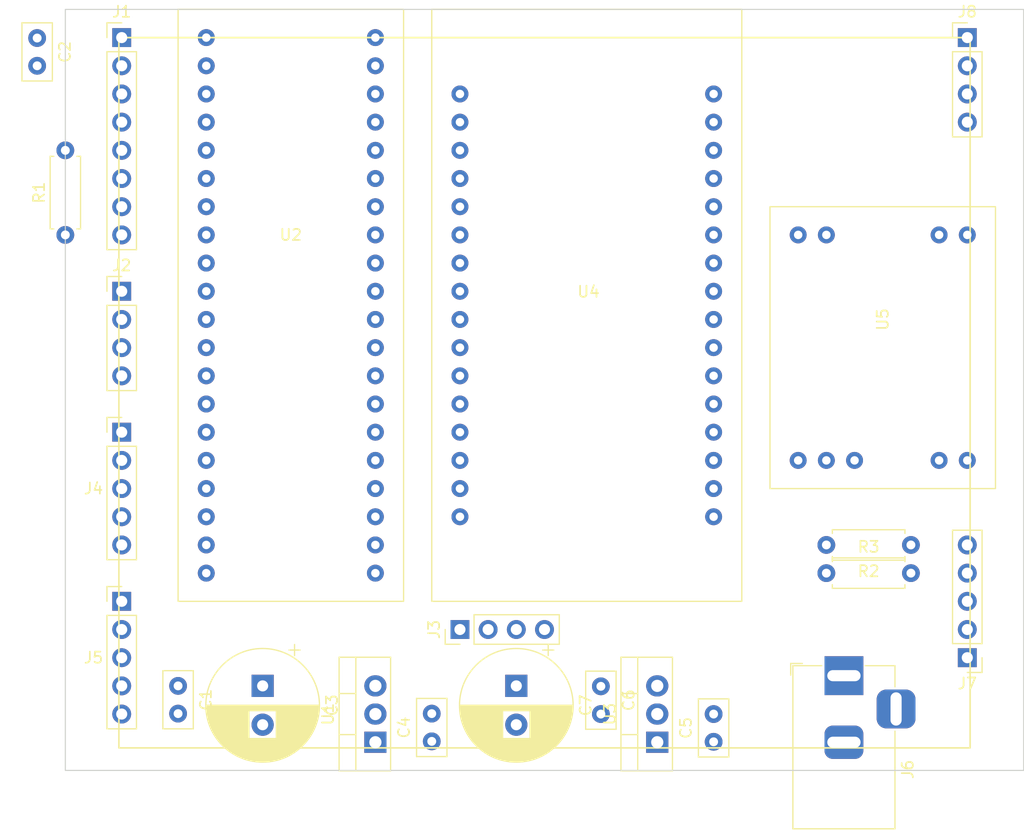
<source format=kicad_pcb>
(kicad_pcb (version 20211014) (generator pcbnew)
  (layers (0 "F.Cu" signal) (31 "B.Cu" signal) (34 "B.Paste" user) (35 "F.Paste" user) (36 "B.SilkS" user "B.Silkscreen") (37 "F.SilkS" user "F.Silkscreen") (38 "B.Mask" user) (39 "F.Mask" user) (44 "Edge.Cuts" user))
  (net 0 "")
  (net 1 "Net-(C1-Pad1)")
  (net 2 "GND")
  (net 3 "+3.3V")
  (net 4 "+9V")
  (net 5 "+5V")
  (net 6 "ER1")
  (net 7 "EL1")
  (net 8 "ES1")
  (net 9 "ER2")
  (net 10 "EL2")
  (net 11 "ES2")
  (net 12 "/SDA")
  (net 13 "/SCL")
  (net 14 "/INTNK")
  (net 15 "/INTNT")
  (net 16 "SCK")
  (net 17 "MOSI")
  (net 18 "MISO")
  (net 19 "TXD")
  (net 20 "Net-(J1-Pad3)")
  (net 21 "Net-(J1-Pad4)")
  (net 22 "Net-(J1-Pad5)")
  (net 23 "Net-(J1-Pad6)")
  (net 24 "Net-(J1-Pad7)")
  (net 25 "Net-(J1-Pad8)")
  (net 26 "Net-(J7-Pad1)")
  (net 27 "Net-(J7-Pad2)")
  (net 28 "Net-(J7-Pad3)")
  (net 29 "Net-(J7-Pad4)")
  (net 30 "Net-(J8-Pad1)")
  (net 31 "Net-(J8-Pad2)")
  (net 32 "Net-(J8-Pad3)")
  (net 33 "Net-(J8-Pad4)")
  (net 40 "Net-(U2-Pad14)")
  (net 41 "Net-(U2-Pad15)")
  (net 42 "Net-(U2-Pad16)")
  (footprint "Resistor_THT:R_Axial_DIN0207_L6.3mm_D2.5mm_P7.62mm_Horizontal" (layer "F.Cu") (at 111.76 68.58 180)
    (fp_text reference "R2" (at 3.81 -2.37) (layer "F.SilkS"))
    (fp_text value "R")
    (pad "1" thru_hole circle (at 0 0 180) (size 1.6 1.6) (drill 0.8) (layers *.Cu *.Mask) (net 2 "GND"))
    (pad "2" thru_hole oval (at 7.62 0 180) (size 1.6 1.6) (drill 0.8) (layers *.Cu *.Mask) (net 27 "Net-(J7-Pad2)"))
  )
  (footprint "UKMaker:BlackPill_STM32F411" (layer "F.Cu") (at 55.88 48.26)
    (fp_text reference "U2" (at 0 -7.62 unlocked) (layer "F.SilkS"))
    (fp_text value "BlackPill411")
    (pad "1" thru_hole circle (at 7.62 22.86) (size 1.524 1.524) (drill 0.762) (layers *.Cu *.Mask))
    (pad "2" thru_hole circle (at 7.62 20.32) (size 1.524 1.524) (drill 0.762) (layers *.Cu *.Mask))
    (pad "3" thru_hole circle (at 7.62 17.78) (size 1.524 1.524) (drill 0.762) (layers *.Cu *.Mask))
    (pad "4" thru_hole circle (at 7.62 15.24) (size 1.524 1.524) (drill 0.762) (layers *.Cu *.Mask) (net 11 "ES2"))
    (pad "5" thru_hole circle (at 7.62 12.7) (size 1.524 1.524) (drill 0.762) (layers *.Cu *.Mask))
    (pad "6" thru_hole circle (at 7.62 10.16) (size 1.524 1.524) (drill 0.762) (layers *.Cu *.Mask) (net 9 "ER2"))
    (pad "7" thru_hole circle (at 7.62 7.62) (size 1.524 1.524) (drill 0.762) (layers *.Cu *.Mask) (net 10 "EL2"))
    (pad "8" thru_hole circle (at 7.62 5.08) (size 1.524 1.524) (drill 0.762) (layers *.Cu *.Mask) (net 19 "TXD"))
    (pad "9" thru_hole circle (at 7.62 2.54) (size 1.524 1.524) (drill 0.762) (layers *.Cu *.Mask))
    (pad "10" thru_hole circle (at 7.62 0) (size 1.524 1.524) (drill 0.762) (layers *.Cu *.Mask))
    (pad "11" thru_hole circle (at 7.62 -2.54) (size 1.524 1.524) (drill 0.762) (layers *.Cu *.Mask) (net 16 "SCK"))
    (pad "12" thru_hole circle (at 7.62 -5.08) (size 1.524 1.524) (drill 0.762) (layers *.Cu *.Mask) (net 18 "MISO"))
    (pad "13" thru_hole circle (at 7.62 -7.62) (size 1.524 1.524) (drill 0.762) (layers *.Cu *.Mask) (net 17 "MOSI"))
    (pad "14" thru_hole circle (at 7.62 -10.16) (size 1.524 1.524) (drill 0.762) (layers *.Cu *.Mask) (net 40 "Net-(U2-Pad14)"))
    (pad "15" thru_hole circle (at 7.62 -12.7) (size 1.524 1.524) (drill 0.762) (layers *.Cu *.Mask) (net 41 "Net-(U2-Pad15)"))
    (pad "16" thru_hole circle (at 7.62 -15.24) (size 1.524 1.524) (drill 0.762) (layers *.Cu *.Mask) (net 42 "Net-(U2-Pad16)"))
    (pad "17" thru_hole circle (at 7.62 -17.78) (size 1.524 1.524) (drill 0.762) (layers *.Cu *.Mask))
    (pad "18" thru_hole circle (at 7.62 -20.32) (size 1.524 1.524) (drill 0.762) (layers *.Cu *.Mask) (net 3 "+3.3V"))
    (pad "19" thru_hole circle (at 7.62 -22.86) (size 1.524 1.524) (drill 0.762) (layers *.Cu *.Mask) (net 2 "GND"))
    (pad "20" thru_hole circle (at 7.62 -25.4) (size 1.524 1.524) (drill 0.762) (layers *.Cu *.Mask) (net 5 "+5V"))
    (pad "21" thru_hole circle (at -7.62 -25.4) (size 1.524 1.524) (drill 0.762) (layers *.Cu *.Mask) (net 24 "Net-(J1-Pad7)"))
    (pad "22" thru_hole circle (at -7.62 -22.86) (size 1.524 1.524) (drill 0.762) (layers *.Cu *.Mask) (net 20 "Net-(J1-Pad3)"))
    (pad "23" thru_hole circle (at -7.62 -20.32) (size 1.524 1.524) (drill 0.762) (layers *.Cu *.Mask))
    (pad "24" thru_hole circle (at -7.62 -17.78) (size 1.524 1.524) (drill 0.762) (layers *.Cu *.Mask) (net 21 "Net-(J1-Pad4)"))
    (pad "25" thru_hole circle (at -7.62 -15.24) (size 1.524 1.524) (drill 0.762) (layers *.Cu *.Mask) (net 7 "EL1"))
    (pad "26" thru_hole circle (at -7.62 -12.7) (size 1.524 1.524) (drill 0.762) (layers *.Cu *.Mask) (net 6 "ER1"))
    (pad "27" thru_hole circle (at -7.62 -10.16) (size 1.524 1.524) (drill 0.762) (layers *.Cu *.Mask) (net 8 "ES1"))
    (pad "28" thru_hole circle (at -7.62 -7.62) (size 1.524 1.524) (drill 0.762) (layers *.Cu *.Mask))
    (pad "29" thru_hole circle (at -7.62 -5.08) (size 1.524 1.524) (drill 0.762) (layers *.Cu *.Mask))
    (pad "30" thru_hole circle (at -7.62 -2.54) (size 1.524 1.524) (drill 0.762) (layers *.Cu *.Mask) (net 23 "Net-(J1-Pad6)"))
    (pad "31" thru_hole circle (at -7.62 0) (size 1.524 1.524) (drill 0.762) (layers *.Cu *.Mask))
    (pad "32" thru_hole circle (at -7.62 2.54) (size 1.524 1.524) (drill 0.762) (layers *.Cu *.Mask) (net 22 "Net-(J1-Pad5)"))
    (pad "33" thru_hole circle (at -7.62 5.08) (size 1.524 1.524) (drill 0.762) (layers *.Cu *.Mask))
    (pad "34" thru_hole circle (at -7.62 7.62) (size 1.524 1.524) (drill 0.762) (layers *.Cu *.Mask) (net 13 "/SCL"))
    (pad "35" thru_hole circle (at -7.62 10.16) (size 1.524 1.524) (drill 0.762) (layers *.Cu *.Mask) (net 12 "/SDA"))
    (pad "36" thru_hole circle (at -7.62 12.7) (size 1.524 1.524) (drill 0.762) (layers *.Cu *.Mask) (net 14 "/INTNK"))
    (pad "37" thru_hole circle (at -7.62 15.24) (size 1.524 1.524) (drill 0.762) (layers *.Cu *.Mask) (net 15 "/INTNT"))
    (pad "38" thru_hole circle (at -7.62 17.78) (size 1.524 1.524) (drill 0.762) (layers *.Cu *.Mask))
    (pad "39" thru_hole circle (at -7.62 20.32) (size 1.524 1.524) (drill 0.762) (layers *.Cu *.Mask) (net 2 "GND"))
    (pad "40" thru_hole circle (at -7.62 22.86) (size 1.524 1.524) (drill 0.762) (layers *.Cu *.Mask))
  )
  (footprint "Capacitor_THT:C_Disc_D5.0mm_W2.5mm_P2.50mm" (layer "F.Cu") (at 33.02 22.9 -90)
    (fp_text reference "C2" (at 1.25 -2.5 90) (layer "F.SilkS"))
    (fp_text value "C")
    (pad "1" thru_hole circle (at 0 0 270) (size 1.6 1.6) (drill 0.8) (layers *.Cu *.Mask) (net 2 "GND"))
    (pad "2" thru_hole circle (at 2.5 0 270) (size 1.6 1.6) (drill 0.8) (layers *.Cu *.Mask) (net 3 "+3.3V"))
  )
  (footprint "UKMaker:Adafruit_VS1053_Module" (layer "F.Cu") (at 83.82 45.72)
    (fp_text reference "U4" (at -1.11 0.044 unlocked) (layer "F.SilkS"))
    (fp_text value "Adafruit_VS1053_Module")
    (pad "1" thru_hole circle (at -12.7 -17.78) (size 1.524 1.524) (drill 0.762) (layers *.Cu *.Mask))
    (pad "2" thru_hole circle (at -12.7 -15.24) (size 1.524 1.524) (drill 0.762) (layers *.Cu *.Mask) (net 42 "Net-(U2-Pad16)"))
    (pad "3" thru_hole circle (at -12.7 -12.7) (size 1.524 1.524) (drill 0.762) (layers *.Cu *.Mask) (net 41 "Net-(U2-Pad15)"))
    (pad "4" thru_hole circle (at -12.7 -10.16) (size 1.524 1.524) (drill 0.762) (layers *.Cu *.Mask) (net 40 "Net-(U2-Pad14)"))
    (pad "5" thru_hole circle (at -12.7 -7.62) (size 1.524 1.524) (drill 0.762) (layers *.Cu *.Mask) (net 16 "SCK"))
    (pad "6" thru_hole circle (at -12.7 -5.08) (size 1.524 1.524) (drill 0.762) (layers *.Cu *.Mask) (net 17 "MOSI"))
    (pad "7" thru_hole circle (at -12.7 -2.54) (size 1.524 1.524) (drill 0.762) (layers *.Cu *.Mask) (net 18 "MISO"))
    (pad "8" thru_hole circle (at -12.7 0) (size 1.524 1.524) (drill 0.762) (layers *.Cu *.Mask) (net 2 "GND"))
    (pad "9" thru_hole circle (at -12.7 2.54) (size 1.524 1.524) (drill 0.762) (layers *.Cu *.Mask))
    (pad "10" thru_hole circle (at -12.7 5.08) (size 1.524 1.524) (drill 0.762) (layers *.Cu *.Mask) (net 5 "+5V"))
    (pad "11" thru_hole circle (at -12.7 7.62) (size 1.524 1.524) (drill 0.762) (layers *.Cu *.Mask))
    (pad "12" thru_hole circle (at -12.7 10.16) (size 1.524 1.524) (drill 0.762) (layers *.Cu *.Mask) (net 2 "GND"))
    (pad "13" thru_hole circle (at -12.7 12.7) (size 1.524 1.524) (drill 0.762) (layers *.Cu *.Mask) (net 2 "GND"))
    (pad "14" thru_hole circle (at -12.7 15.24) (size 1.524 1.524) (drill 0.762) (layers *.Cu *.Mask) (net 2 "GND"))
    (pad "15" thru_hole circle (at -12.7 17.78) (size 1.524 1.524) (drill 0.762) (layers *.Cu *.Mask) (net 28 "Net-(J7-Pad3)"))
    (pad "16" thru_hole circle (at -12.7 20.32) (size 1.524 1.524) (drill 0.762) (layers *.Cu *.Mask) (net 26 "Net-(J7-Pad1)"))
    (pad "17" thru_hole circle (at 10.16 20.32) (size 1.524 1.524) (drill 0.762) (layers *.Cu *.Mask))
    (pad "18" thru_hole circle (at 10.16 17.78) (size 1.524 1.524) (drill 0.762) (layers *.Cu *.Mask))
    (pad "19" thru_hole circle (at 10.16 15.24) (size 1.524 1.524) (drill 0.762) (layers *.Cu *.Mask))
    (pad "20" thru_hole circle (at 10.16 12.7) (size 1.524 1.524) (drill 0.762) (layers *.Cu *.Mask) (net 2 "GND"))
    (pad "21" thru_hole circle (at 10.16 10.16) (size 1.524 1.524) (drill 0.762) (layers *.Cu *.Mask))
    (pad "22" thru_hole circle (at 10.16 7.62) (size 1.524 1.524) (drill 0.762) (layers *.Cu *.Mask))
    (pad "23" thru_hole circle (at 10.16 5.08) (size 1.524 1.524) (drill 0.762) (layers *.Cu *.Mask))
    (pad "24" thru_hole circle (at 10.16 2.54) (size 1.524 1.524) (drill 0.762) (layers *.Cu *.Mask))
    (pad "25" thru_hole circle (at 10.16 0) (size 1.524 1.524) (drill 0.762) (layers *.Cu *.Mask))
    (pad "26" thru_hole circle (at 10.16 -2.54) (size 1.524 1.524) (drill 0.762) (layers *.Cu *.Mask))
    (pad "27" thru_hole circle (at 10.16 -5.08) (size 1.524 1.524) (drill 0.762) (layers *.Cu *.Mask))
    (pad "28" thru_hole circle (at 10.16 -7.62) (size 1.524 1.524) (drill 0.762) (layers *.Cu *.Mask))
    (pad "29" thru_hole circle (at 10.16 -10.16) (size 1.524 1.524) (drill 0.762) (layers *.Cu *.Mask))
    (pad "30" thru_hole circle (at 10.16 -12.7) (size 1.524 1.524) (drill 0.762) (layers *.Cu *.Mask))
    (pad "31" thru_hole circle (at 10.16 -15.24) (size 1.524 1.524) (drill 0.762) (layers *.Cu *.Mask) (net 19 "TXD"))
    (pad "32" thru_hole circle (at 10.16 -17.78) (size 1.524 1.524) (drill 0.762) (layers *.Cu *.Mask))
  )
  (footprint "Capacitor_THT:C_Disc_D5.0mm_W2.5mm_P2.50mm" (layer "F.Cu") (at 83.82 81.32 -90)
    (fp_text reference "C6" (at 1.25 -2.5 90) (layer "F.SilkS"))
    (fp_text value "C")
    (pad "1" thru_hole circle (at 0 0 270) (size 1.6 1.6) (drill 0.8) (layers *.Cu *.Mask) (net 5 "+5V"))
    (pad "2" thru_hole circle (at 2.5 0 270) (size 1.6 1.6) (drill 0.8) (layers *.Cu *.Mask) (net 2 "GND"))
  )
  (footprint "Capacitor_THT:CP_Radial_D10.0mm_P3.50mm" (layer "F.Cu") (at 53.34 81.28 -90)
    (fp_text reference "C3" (at 1.75 -6.25 90) (layer "F.SilkS"))
    (fp_text value "C_Polarized")
    (pad "1" thru_hole rect (at 0 0 270) (size 2 2) (drill 1) (layers *.Cu *.Mask) (net 1 "Net-(C1-Pad1)"))
    (pad "2" thru_hole circle (at 3.5 0 270) (size 2 2) (drill 1) (layers *.Cu *.Mask) (net 2 "GND"))
  )
  (footprint "Resistor_THT:R_Axial_DIN0207_L6.3mm_D2.5mm_P7.62mm_Horizontal" (layer "F.Cu") (at 35.56 40.64 90)
    (fp_text reference "R1" (at 3.81 -2.37 90) (layer "F.SilkS"))
    (fp_text value "3K9")
    (pad "1" thru_hole circle (at 0 0 90) (size 1.6 1.6) (drill 0.8) (layers *.Cu *.Mask) (net 25 "Net-(J1-Pad8)"))
    (pad "2" thru_hole oval (at 7.62 0 90) (size 1.6 1.6) (drill 0.8) (layers *.Cu *.Mask) (net 3 "+3.3V"))
  )
  (footprint "Package_TO_SOT_THT:TO-220-3_Vertical" (layer "F.Cu") (at 63.5 86.36 90)
    (fp_text reference "U1" (at 2.54 -4.27 90) (layer "F.SilkS"))
    (fp_text value "LM78M33")
    (pad "1" thru_hole rect (at 0 0 90) (size 1.905 2) (drill 1.1) (layers *.Cu *.Mask) (net 4 "+9V"))
    (pad "2" thru_hole oval (at 2.54 0 90) (size 1.905 2) (drill 1.1) (layers *.Cu *.Mask) (net 2 "GND"))
    (pad "3" thru_hole oval (at 5.08 0 90) (size 1.905 2) (drill 1.1) (layers *.Cu *.Mask) (net 1 "Net-(C1-Pad1)"))
  )
  (footprint "Capacitor_THT:C_Disc_D5.0mm_W2.5mm_P2.50mm" (layer "F.Cu") (at 93.98 86.32 90)
    (fp_text reference "C5" (at 1.25 -2.5 90) (layer "F.SilkS"))
    (fp_text value "C")
    (pad "1" thru_hole circle (at 0 0 90) (size 1.6 1.6) (drill 0.8) (layers *.Cu *.Mask) (net 4 "+9V"))
    (pad "2" thru_hole circle (at 2.5 0 90) (size 1.6 1.6) (drill 0.8) (layers *.Cu *.Mask) (net 2 "GND"))
  )
  (footprint "Connector_PinHeader_2.54mm:PinHeader_1x05_P2.54mm_Vertical" (layer "F.Cu") (at 40.64 73.66)
    (fp_text reference "J5" (at -2.54 5.08) (layer "F.SilkS"))
    (fp_text value "Conn_01x05")
    (pad "1" thru_hole rect (at 0 0) (size 1.7 1.7) (drill 1) (layers *.Cu *.Mask) (net 12 "/SDA"))
    (pad "2" thru_hole oval (at 0 2.54) (size 1.7 1.7) (drill 1) (layers *.Cu *.Mask) (net 13 "/SCL"))
    (pad "3" thru_hole oval (at 0 5.08) (size 1.7 1.7) (drill 1) (layers *.Cu *.Mask) (net 15 "/INTNT"))
    (pad "4" thru_hole oval (at 0 7.62) (size 1.7 1.7) (drill 1) (layers *.Cu *.Mask) (net 1 "Net-(C1-Pad1)"))
    (pad "5" thru_hole oval (at 0 10.16) (size 1.7 1.7) (drill 1) (layers *.Cu *.Mask) (net 2 "GND"))
  )
  (footprint "Connector_PinHeader_2.54mm:PinHeader_1x05_P2.54mm_Vertical" (layer "F.Cu") (at 116.84 78.74 180)
    (fp_text reference "J7" (at 0 -2.33) (layer "F.SilkS"))
    (fp_text value "Conn_01x05")
    (pad "1" thru_hole rect (at 0 0 180) (size 1.7 1.7) (drill 1) (layers *.Cu *.Mask) (net 26 "Net-(J7-Pad1)"))
    (pad "2" thru_hole oval (at 0 2.54 180) (size 1.7 1.7) (drill 1) (layers *.Cu *.Mask) (net 27 "Net-(J7-Pad2)"))
    (pad "3" thru_hole oval (at 0 5.08 180) (size 1.7 1.7) (drill 1) (layers *.Cu *.Mask) (net 28 "Net-(J7-Pad3)"))
    (pad "4" thru_hole oval (at 0 7.62 180) (size 1.7 1.7) (drill 1) (layers *.Cu *.Mask) (net 29 "Net-(J7-Pad4)"))
    (pad "5" thru_hole oval (at 0 10.16 180) (size 1.7 1.7) (drill 1) (layers *.Cu *.Mask) (net 2 "GND"))
  )
  (footprint "Connector_PinHeader_2.54mm:PinHeader_1x05_P2.54mm_Vertical" (layer "F.Cu") (at 40.64 58.42)
    (fp_text reference "J4" (at -2.54 5.08) (layer "F.SilkS"))
    (fp_text value "Conn_01x05")
    (pad "1" thru_hole rect (at 0 0) (size 1.7 1.7) (drill 1) (layers *.Cu *.Mask) (net 3 "+3.3V"))
    (pad "2" thru_hole oval (at 0 2.54) (size 1.7 1.7) (drill 1) (layers *.Cu *.Mask) (net 2 "GND"))
    (pad "3" thru_hole oval (at 0 5.08) (size 1.7 1.7) (drill 1) (layers *.Cu *.Mask) (net 12 "/SDA"))
    (pad "4" thru_hole oval (at 0 7.62) (size 1.7 1.7) (drill 1) (layers *.Cu *.Mask) (net 13 "/SCL"))
    (pad "5" thru_hole oval (at 0 10.16) (size 1.7 1.7) (drill 1) (layers *.Cu *.Mask) (net 14 "/INTNK"))
  )
  (footprint "Capacitor_THT:C_Disc_D5.0mm_W2.5mm_P2.50mm" (layer "F.Cu") (at 68.58 86.28 90)
    (fp_text reference "C4" (at 1.25 -2.5 90) (layer "F.SilkS"))
    (fp_text value "C")
    (pad "1" thru_hole circle (at 0 0 90) (size 1.6 1.6) (drill 0.8) (layers *.Cu *.Mask) (net 4 "+9V"))
    (pad "2" thru_hole circle (at 2.5 0 90) (size 1.6 1.6) (drill 0.8) (layers *.Cu *.Mask) (net 2 "GND"))
  )
  (footprint "Connector_PinHeader_2.54mm:PinHeader_1x04_P2.54mm_Vertical" (layer "F.Cu") (at 71.12 76.2 90)
    (fp_text reference "J3" (at 0 -2.33 90) (layer "F.SilkS"))
    (fp_text value "Conn_01x04")
    (pad "1" thru_hole rect (at 0 0 90) (size 1.7 1.7) (drill 1) (layers *.Cu *.Mask) (net 9 "ER2"))
    (pad "2" thru_hole oval (at 0 2.54 90) (size 1.7 1.7) (drill 1) (layers *.Cu *.Mask) (net 10 "EL2"))
    (pad "3" thru_hole oval (at 0 5.08 90) (size 1.7 1.7) (drill 1) (layers *.Cu *.Mask) (net 11 "ES2"))
    (pad "4" thru_hole oval (at 0 7.62 90) (size 1.7 1.7) (drill 1) (layers *.Cu *.Mask) (net 2 "GND"))
  )
  (footprint "Package_TO_SOT_THT:TO-220-3_Vertical" (layer "F.Cu") (at 88.9 86.36 90)
    (fp_text reference "U3" (at 2.54 -4.27 90) (layer "F.SilkS"))
    (fp_text value "LM7805")
    (pad "1" thru_hole rect (at 0 0 90) (size 1.905 2) (drill 1.1) (layers *.Cu *.Mask) (net 4 "+9V"))
    (pad "2" thru_hole oval (at 2.54 0 90) (size 1.905 2) (drill 1.1) (layers *.Cu *.Mask) (net 2 "GND"))
    (pad "3" thru_hole oval (at 5.08 0 90) (size 1.905 2) (drill 1.1) (layers *.Cu *.Mask) (net 5 "+5V"))
  )
  (footprint "Connector_PinHeader_2.54mm:PinHeader_1x04_P2.54mm_Vertical" (layer "F.Cu") (at 116.84 22.86)
    (fp_text reference "J8" (at 0 -2.33) (layer "F.SilkS"))
    (fp_text value "Conn_01x04")
    (pad "1" thru_hole rect (at 0 0) (size 1.7 1.7) (drill 1) (layers *.Cu *.Mask) (net 30 "Net-(J8-Pad1)"))
    (pad "2" thru_hole oval (at 0 2.54) (size 1.7 1.7) (drill 1) (layers *.Cu *.Mask) (net 31 "Net-(J8-Pad2)"))
    (pad "3" thru_hole oval (at 0 5.08) (size 1.7 1.7) (drill 1) (layers *.Cu *.Mask) (net 32 "Net-(J8-Pad3)"))
    (pad "4" thru_hole oval (at 0 7.62) (size 1.7 1.7) (drill 1) (layers *.Cu *.Mask) (net 33 "Net-(J8-Pad4)"))
  )
  (footprint "Connector_PinHeader_2.54mm:PinHeader_1x04_P2.54mm_Vertical" (layer "F.Cu") (at 40.64 45.72)
    (fp_text reference "J2" (at 0 -2.33) (layer "F.SilkS"))
    (fp_text value "Conn_01x04")
    (pad "1" thru_hole rect (at 0 0) (size 1.7 1.7) (drill 1) (layers *.Cu *.Mask) (net 6 "ER1"))
    (pad "2" thru_hole oval (at 0 2.54) (size 1.7 1.7) (drill 1) (layers *.Cu *.Mask) (net 7 "EL1"))
    (pad "3" thru_hole oval (at 0 5.08) (size 1.7 1.7) (drill 1) (layers *.Cu *.Mask) (net 8 "ES1"))
    (pad "4" thru_hole oval (at 0 7.62) (size 1.7 1.7) (drill 1) (layers *.Cu *.Mask) (net 2 "GND"))
  )
  (footprint "Connector_PinHeader_2.54mm:PinHeader_1x08_P2.54mm_Vertical" (layer "F.Cu") (at 40.64 22.86)
    (fp_text reference "J1" (at 0 -2.33) (layer "F.SilkS"))
    (fp_text value "Conn_01x08")
    (pad "1" thru_hole rect (at 0 0) (size 1.7 1.7) (drill 1) (layers *.Cu *.Mask) (net 2 "GND"))
    (pad "2" thru_hole oval (at 0 2.54) (size 1.7 1.7) (drill 1) (layers *.Cu *.Mask) (net 3 "+3.3V"))
    (pad "3" thru_hole oval (at 0 5.08) (size 1.7 1.7) (drill 1) (layers *.Cu *.Mask) (net 20 "Net-(J1-Pad3)"))
    (pad "4" thru_hole oval (at 0 7.62) (size 1.7 1.7) (drill 1) (layers *.Cu *.Mask) (net 21 "Net-(J1-Pad4)"))
    (pad "5" thru_hole oval (at 0 10.16) (size 1.7 1.7) (drill 1) (layers *.Cu *.Mask) (net 22 "Net-(J1-Pad5)"))
    (pad "6" thru_hole oval (at 0 12.7) (size 1.7 1.7) (drill 1) (layers *.Cu *.Mask) (net 23 "Net-(J1-Pad6)"))
    (pad "7" thru_hole oval (at 0 15.24) (size 1.7 1.7) (drill 1) (layers *.Cu *.Mask) (net 24 "Net-(J1-Pad7)"))
    (pad "8" thru_hole oval (at 0 17.78) (size 1.7 1.7) (drill 1) (layers *.Cu *.Mask) (net 25 "Net-(J1-Pad8)"))
  )
  (footprint "Capacitor_THT:C_Disc_D5.0mm_W2.5mm_P2.50mm" (layer "F.Cu") (at 45.72 81.28 -90)
    (fp_text reference "C1" (at 1.25 -2.5 90) (layer "F.SilkS"))
    (fp_text value "C")
    (pad "1" thru_hole circle (at 0 0 270) (size 1.6 1.6) (drill 0.8) (layers *.Cu *.Mask) (net 1 "Net-(C1-Pad1)"))
    (pad "2" thru_hole circle (at 2.5 0 270) (size 1.6 1.6) (drill 0.8) (layers *.Cu *.Mask) (net 2 "GND"))
  )
  (footprint "Connector_BarrelJack:BarrelJack_Horizontal" (layer "F.Cu") (at 105.7225 80.36 90)
    (fp_text reference "J6" (at -8.45 5.75 90) (layer "F.SilkS"))
    (fp_text value "Barrel_Jack")
    (pad "1" thru_hole rect (at 0 0 90) (size 3.5 3.5) (drill oval 1 3) (layers *.Cu *.Mask) (net 4 "+9V"))
    (pad "2" thru_hole roundrect (at -6 0 90) (size 3 3.5) (drill oval 1 3) (layers *.Cu *.Mask) (net 2 "GND"))
    (pad "3" thru_hole roundrect (at -3 4.7 90) (size 3.5 3.5) (drill oval 3 1) (layers *.Cu *.Mask))
  )
  (footprint "Capacitor_THT:CP_Radial_D10.0mm_P3.50mm" (layer "F.Cu") (at 76.2 81.28 -90)
    (fp_text reference "C7" (at 1.75 -6.25 90) (layer "F.SilkS"))
    (fp_text value "C_Polarized")
    (pad "1" thru_hole rect (at 0 0 270) (size 2 2) (drill 1) (layers *.Cu *.Mask) (net 5 "+5V"))
    (pad "2" thru_hole circle (at 3.5 0 270) (size 2 2) (drill 1) (layers *.Cu *.Mask) (net 2 "GND"))
  )
  (footprint "UKMaker:PAM8403_Module" (layer "F.Cu") (at 109.22 50.8 90)
    (fp_text reference "U5" (at 2.54 0 90 unlocked) (layer "F.SilkS"))
    (fp_text value "PAM8403_Module")
    (pad "1" thru_hole circle (at -10.16 5.08 90) (size 1.524 1.524) (drill 0.762) (layers *.Cu *.Mask) (net 5 "+5V"))
    (pad "2" thru_hole circle (at -10.16 7.62 90) (size 1.524 1.524) (drill 0.762) (layers *.Cu *.Mask) (net 2 "GND"))
    (pad "3" thru_hole circle (at -10.16 -7.62 90) (size 1.524 1.524) (drill 0.762) (layers *.Cu *.Mask) (net 29 "Net-(J7-Pad4)"))
    (pad "4" thru_hole circle (at -10.16 -5.08 90) (size 1.524 1.524) (drill 0.762) (layers *.Cu *.Mask) (net 2 "GND"))
    (pad "5" thru_hole circle (at -10.16 -2.54 90) (size 1.524 1.524) (drill 0.762) (layers *.Cu *.Mask) (net 27 "Net-(J7-Pad2)"))
    (pad "6" thru_hole circle (at 10.16 -7.62 90) (size 1.524 1.524) (drill 0.762) (layers *.Cu *.Mask) (net 30 "Net-(J8-Pad1)"))
    (pad "7" thru_hole circle (at 10.16 -5.08 90) (size 1.524 1.524) (drill 0.762) (layers *.Cu *.Mask) (net 31 "Net-(J8-Pad2)"))
    (pad "8" thru_hole circle (at 10.16 5.08 90) (size 1.524 1.524) (drill 0.762) (layers *.Cu *.Mask) (net 32 "Net-(J8-Pad3)"))
    (pad "9" thru_hole circle (at 10.16 7.62 90) (size 1.524 1.524) (drill 0.762) (layers *.Cu *.Mask) (net 33 "Net-(J8-Pad4)"))
  )
  (footprint "Resistor_THT:R_Axial_DIN0207_L6.3mm_D2.5mm_P7.62mm_Horizontal" (layer "F.Cu") (at 104.14 71.12)
    (fp_text reference "R3" (at 3.81 -2.37) (layer "F.SilkS"))
    (fp_text value "R")
    (pad "1" thru_hole circle (at 0 0) (size 1.6 1.6) (drill 0.8) (layers *.Cu *.Mask) (net 2 "GND"))
    (pad "2" thru_hole oval (at 7.62 0) (size 1.6 1.6) (drill 0.8) (layers *.Cu *.Mask) (net 29 "Net-(J7-Pad4)"))
  )
  (gr_rect (start 40.386 22.86) (end 117.094 86.868) (layer "F.SilkS") (width 0.15) (fill none))
  (gr_rect (start 35.56 20.32) (end 121.92 88.9) (layer "Edge.Cuts") (width 0.1) (fill none))
)
</source>
